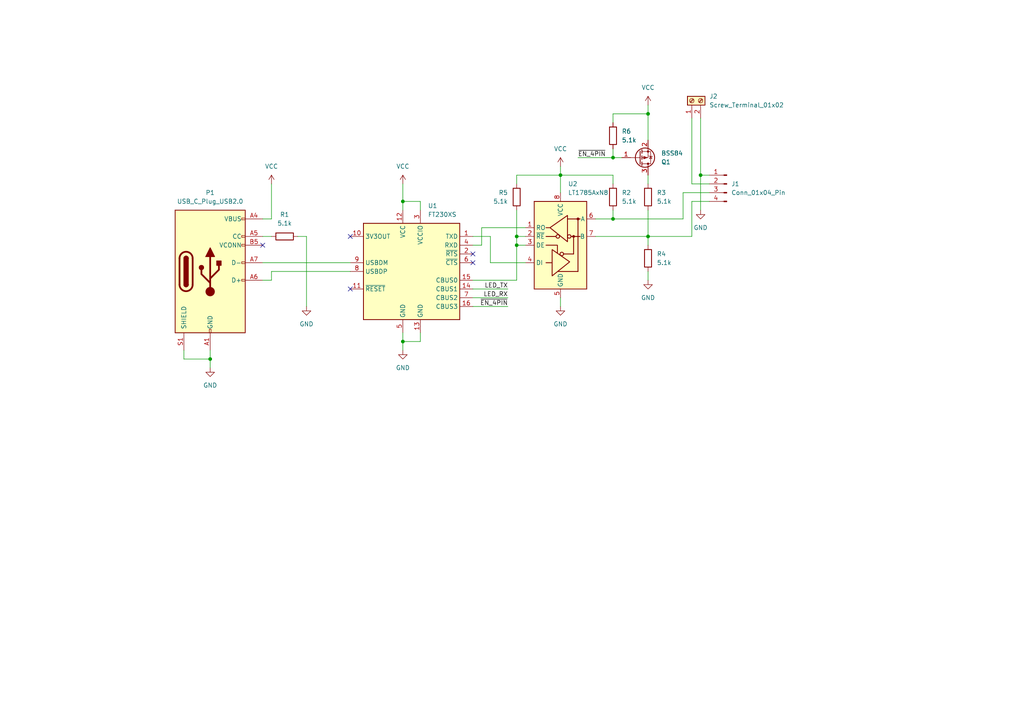
<source format=kicad_sch>
(kicad_sch (version 20231120) (generator "eeschema") (generator_version "8.0")
  (paper "A4")
  (lib_symbols
    (symbol "Connector:Conn_01x04_Pin" (pin_names (offset 1.016) hide)
      (property "Reference" "J" (at 0 5.08 0))
      (property "Value" "Conn_01x04_Pin" (at 0 -7.62 0))
      (symbol "Conn_01x04_Pin_1_1"
        (polyline (pts (xy 1.27 -5.08) (xy 0.8636 -5.08)) (stroke (width 0.1524)))
        (polyline (pts (xy 1.27 -2.54) (xy 0.8636 -2.54)) (stroke (width 0.1524)))
        (polyline (pts (xy 1.27 0) (xy 0.8636 0)) (stroke (width 0.1524)))
        (polyline (pts (xy 1.27 2.54) (xy 0.8636 2.54)) (stroke (width 0.1524)))
        (rectangle (start 0.8636 -4.953) (end 0 -5.207) (stroke (width 0.1524)) (fill (type outline)))
        (rectangle (start 0.8636 -2.413) (end 0 -2.667) (stroke (width 0.1524)) (fill (type outline)))
        (rectangle (start 0.8636 0.127) (end 0 -0.127) (stroke (width 0.1524)) (fill (type outline)))
        (rectangle (start 0.8636 2.667) (end 0 2.413) (stroke (width 0.1524)) (fill (type outline)))
        (pin passive line (at 5.08 2.54 180) (length 3.81) (name "Pin_1") (number "1"))
        (pin passive line (at 5.08 0 180) (length 3.81) (name "Pin_2") (number "2"))
        (pin passive line (at 5.08 -2.54 180) (length 3.81) (name "Pin_3") (number "3"))
        (pin passive line (at 5.08 -5.08 180) (length 3.81) (name "Pin_4") (number "4"))
      )
    )
    (symbol "Connector:Screw_Terminal_01x02" (pin_names (offset 1.016) hide)
      (property "Reference" "J" (at 0 2.54 0))
      (property "Value" "Screw_Terminal_01x02" (at 0 -5.08 0))
      (symbol "Screw_Terminal_01x02_1_1"
        (rectangle (start -1.27 1.27) (end 1.27 -3.81) (stroke (width 0.254)) (fill (type background)))
        (circle (center 0 -2.54) (radius 0.635) (stroke (width 0.1524)))
        (polyline (pts (xy -0.5334 -2.2098) (xy 0.3302 -3.048)) (stroke (width 0.1524)))
        (polyline (pts (xy -0.5334 0.3302) (xy 0.3302 -0.508)) (stroke (width 0.1524)))
        (polyline (pts (xy -0.3556 -2.032) (xy 0.508 -2.8702)) (stroke (width 0.1524)))
        (polyline (pts (xy -0.3556 0.508) (xy 0.508 -0.3302)) (stroke (width 0.1524)))
        (circle (center 0 0) (radius 0.635) (stroke (width 0.1524)))
        (pin passive line (at -5.08 0 0) (length 3.81) (name "Pin_1") (number "1"))
        (pin passive line (at -5.08 -2.54 0) (length 3.81) (name "Pin_2") (number "2"))
      )
    )
    (symbol "Connector:USB_C_Plug_USB2.0" (pin_names (offset 1.016))
      (property "Reference" "P" (at -10.16 19.05 0))
      (property "Value" "USB_C_Plug_USB2.0" (at 12.7 19.05 0))
      (symbol "USB_C_Plug_USB2.0_0_0"
        (rectangle (start -0.254 -17.78) (end 0.254 -16.764))
        (rectangle (start 10.16 -2.286) (end 9.144 -2.794))
        (rectangle (start 10.16 2.794) (end 9.144 2.286))
        (rectangle (start 10.16 7.874) (end 9.144 7.366))
        (rectangle (start 10.16 10.414) (end 9.144 9.906))
        (rectangle (start 10.16 15.494) (end 9.144 14.986))
      )
      (symbol "USB_C_Plug_USB2.0_0_1"
        (rectangle (start -10.16 17.78) (end 10.16 -17.78) (stroke (width 0.254)) (fill (type background)))
        (arc (start -8.89 -3.81) (mid -6.985 -5.7067) (end -5.08 -3.81) (stroke (width 0.508)))
        (arc (start -7.62 -3.81) (mid -6.985 -4.4423) (end -6.35 -3.81) (stroke (width 0.254)))
        (arc (start -7.62 -3.81) (mid -6.985 -4.4423) (end -6.35 -3.81) (stroke (width 0.254)) (fill (type outline)))
        (rectangle (start -7.62 -3.81) (end -6.35 3.81) (stroke (width 0.254)) (fill (type outline)))
        (arc (start -6.35 3.81) (mid -6.985 4.4423) (end -7.62 3.81) (stroke (width 0.254)))
        (arc (start -6.35 3.81) (mid -6.985 4.4423) (end -7.62 3.81) (stroke (width 0.254)) (fill (type outline)))
        (arc (start -5.08 3.81) (mid -6.985 5.7067) (end -8.89 3.81) (stroke (width 0.508)))
        (circle (center -2.54 1.143) (radius 0.635) (stroke (width 0.254)) (fill (type outline)))
        (circle (center 0 -5.842) (radius 1.27) (fill (type outline)))
        (polyline (pts (xy -8.89 -3.81) (xy -8.89 3.81)) (stroke (width 0.508)))
        (polyline (pts (xy -5.08 3.81) (xy -5.08 -3.81)) (stroke (width 0.508)))
        (polyline (pts (xy 0 -5.842) (xy 0 4.318)) (stroke (width 0.508)))
        (polyline (pts (xy 0 -3.302) (xy -2.54 -0.762) (xy -2.54 0.508)) (stroke (width 0.508)))
        (polyline (pts (xy 0 -2.032) (xy 2.54 0.508) (xy 2.54 1.778)) (stroke (width 0.508)))
        (polyline (pts (xy -1.27 4.318) (xy 0 6.858) (xy 1.27 4.318) (xy -1.27 4.318)) (stroke (width 0.254)) (fill (type outline)))
        (rectangle (start 1.905 1.778) (end 3.175 3.048) (stroke (width 0.254)) (fill (type outline)))
      )
      (symbol "USB_C_Plug_USB2.0_1_1"
        (pin passive line (at 0 -22.86 90) (length 5.08) (name "GND") (number "A1"))
        (pin passive line (at 0 -22.86 90) (length 5.08) hide (name "GND") (number "A12"))
        (pin passive line (at 15.24 15.24 180) (length 5.08) (name "VBUS") (number "A4"))
        (pin bidirectional line (at 15.24 10.16 180) (length 5.08) (name "CC") (number "A5"))
        (pin bidirectional line (at 15.24 -2.54 180) (length 5.08) (name "D+") (number "A6"))
        (pin bidirectional line (at 15.24 2.54 180) (length 5.08) (name "D-") (number "A7"))
        (pin passive line (at 15.24 15.24 180) (length 5.08) hide (name "VBUS") (number "A9"))
        (pin passive line (at 0 -22.86 90) (length 5.08) hide (name "GND") (number "B1"))
        (pin passive line (at 0 -22.86 90) (length 5.08) hide (name "GND") (number "B12"))
        (pin passive line (at 15.24 15.24 180) (length 5.08) hide (name "VBUS") (number "B4"))
        (pin bidirectional line (at 15.24 7.62 180) (length 5.08) (name "VCONN") (number "B5"))
        (pin passive line (at 15.24 15.24 180) (length 5.08) hide (name "VBUS") (number "B9"))
        (pin passive line (at -7.62 -22.86 90) (length 5.08) (name "SHIELD") (number "S1"))
      )
    )
    (symbol "Device:R" (pin_numbers hide) (pin_names (offset 0))
      (property "Reference" "R" (at 2.032 0 90))
      (property "Value" "R" (at 0 0 90))
      (symbol "R_0_1"
        (rectangle (start -1.016 -2.54) (end 1.016 2.54) (stroke (width 0.254)))
      )
      (symbol "R_1_1"
        (pin passive line (at 0 3.81 270) (length 1.27) (name "~") (number "1"))
        (pin passive line (at 0 -3.81 90) (length 1.27) (name "~") (number "2"))
      )
    )
    (symbol "Interface_UART:LT1785AxN8"
      (property "Reference" "U" (at -6.985 13.97 0))
      (property "Value" "LT1785AxN8" (at 6.35 13.97 0))
      (symbol "LT1785AxN8_0_1"
        (rectangle (start -7.62 12.7) (end 7.62 -12.7) (stroke (width 0.254)) (fill (type background)))
      )
      (symbol "LT1785AxN8_1_1"
        (circle (center -0.762 2.54) (radius 0.508) (stroke (width 0.254)))
        (polyline (pts (xy -4.191 2.54) (xy -1.27 2.54)) (stroke (width 0.254)))
        (polyline (pts (xy -2.54 -5.08) (xy -4.191 -5.08)) (stroke (width 0.254)))
        (polyline (pts (xy -0.635 -7.62) (xy 5.08 -7.62)) (stroke (width 0.254)))
        (polyline (pts (xy 0.889 -2.54) (xy 3.81 -2.54)) (stroke (width 0.254)))
        (polyline (pts (xy 2.032 7.62) (xy 5.715 7.62)) (stroke (width 0.254)))
        (polyline (pts (xy 3.048 2.54) (xy 5.715 2.54)) (stroke (width 0.254)))
        (polyline (pts (xy 3.81 -2.54) (xy 3.81 2.54)) (stroke (width 0.254)))
        (polyline (pts (xy 5.08 -7.62) (xy 5.08 7.62)) (stroke (width 0.254)))
        (polyline (pts (xy -4.191 0) (xy -0.889 0) (xy -0.889 -2.286)) (stroke (width 0.254)))
        (polyline (pts (xy -3.175 5.08) (xy -4.191 5.08) (xy -4.064 5.08)) (stroke (width 0.254)))
        (polyline (pts (xy -2.413 -5.08) (xy -2.413 -1.27) (xy 2.667 -4.826) (xy -2.413 -8.89) (xy -2.413 -5.08)) (stroke (width 0.254)))
        (polyline (pts (xy 2.032 4.826) (xy 2.032 8.636) (xy -3.048 5.08) (xy 2.032 1.016) (xy 2.032 4.826)) (stroke (width 0.254)))
        (circle (center 0.381 -2.54) (radius 0.508) (stroke (width 0.254)))
        (circle (center 2.54 2.54) (radius 0.508) (stroke (width 0.254)))
        (circle (center 3.81 2.54) (radius 0.2794) (stroke (width 0.254)) (fill (type outline)))
        (circle (center 5.08 7.62) (radius 0.2794) (stroke (width 0.254)) (fill (type outline)))
        (pin output line (at -10.16 5.08 0) (length 2.54) (name "RO") (number "1"))
        (pin input line (at -10.16 2.54 0) (length 2.54) (name "~{RE}") (number "2"))
        (pin input line (at -10.16 0 0) (length 2.54) (name "DE") (number "3"))
        (pin input line (at -10.16 -5.08 0) (length 2.54) (name "DI") (number "4"))
        (pin power_in line (at 0 -15.24 90) (length 2.54) (name "GND") (number "5"))
        (pin bidirectional line (at 10.16 7.62 180) (length 2.54) (name "A") (number "6"))
        (pin bidirectional line (at 10.16 2.54 180) (length 2.54) (name "B") (number "7"))
        (pin power_in line (at 0 15.24 270) (length 2.54) (name "VCC") (number "8"))
      )
    )
    (symbol "Interface_USB:FT230XS"
      (property "Reference" "U" (at -13.97 15.24 0))
      (property "Value" "FT230XS" (at 7.62 15.24 0))
      (symbol "FT230XS_0_1"
        (rectangle (start -13.97 13.97) (end 13.97 -13.97) (stroke (width 0.254)) (fill (type background)))
      )
      (symbol "FT230XS_1_1"
        (pin output line (at 17.78 10.16 180) (length 3.81) (name "TXD") (number "1"))
        (pin power_out line (at -17.78 10.16 0) (length 3.81) (name "3V3OUT") (number "10"))
        (pin input line (at -17.78 -5.08 0) (length 3.81) (name "~{RESET}") (number "11"))
        (pin power_in line (at -2.54 17.78 270) (length 3.81) (name "VCC") (number "12"))
        (pin power_in line (at 2.54 -17.78 90) (length 3.81) (name "GND") (number "13"))
        (pin bidirectional line (at 17.78 -5.08 180) (length 3.81) (name "CBUS1") (number "14"))
        (pin bidirectional line (at 17.78 -2.54 180) (length 3.81) (name "CBUS0") (number "15"))
        (pin bidirectional line (at 17.78 -10.16 180) (length 3.81) (name "CBUS3") (number "16"))
        (pin output line (at 17.78 5.08 180) (length 3.81) (name "~{RTS}") (number "2"))
        (pin power_in line (at 2.54 17.78 270) (length 3.81) (name "VCCIO") (number "3"))
        (pin input line (at 17.78 7.62 180) (length 3.81) (name "RXD") (number "4"))
        (pin power_in line (at -2.54 -17.78 90) (length 3.81) (name "GND") (number "5"))
        (pin input line (at 17.78 2.54 180) (length 3.81) (name "~{CTS}") (number "6"))
        (pin bidirectional line (at 17.78 -7.62 180) (length 3.81) (name "CBUS2") (number "7"))
        (pin bidirectional line (at -17.78 0 0) (length 3.81) (name "USBDP") (number "8"))
        (pin bidirectional line (at -17.78 2.54 0) (length 3.81) (name "USBDM") (number "9"))
      )
    )
    (symbol "Transistor_FET:BSS84" (pin_names hide)
      (property "Reference" "Q" (at 5.08 1.905 0))
      (property "Value" "BSS84" (at 5.08 0 0))
      (symbol "BSS84_0_1"
        (polyline (pts (xy 0.254 0) (xy -2.54 0)))
        (polyline (pts (xy 0.254 1.905) (xy 0.254 -1.905)) (stroke (width 0.254)))
        (polyline (pts (xy 0.762 -1.27) (xy 0.762 -2.286)) (stroke (width 0.254)))
        (polyline (pts (xy 0.762 0.508) (xy 0.762 -0.508)) (stroke (width 0.254)))
        (polyline (pts (xy 0.762 2.286) (xy 0.762 1.27)) (stroke (width 0.254)))
        (polyline (pts (xy 2.54 2.54) (xy 2.54 1.778)))
        (polyline (pts (xy 2.54 -2.54) (xy 2.54 0) (xy 0.762 0)))
        (polyline (pts (xy 0.762 1.778) (xy 3.302 1.778) (xy 3.302 -1.778) (xy 0.762 -1.778)))
        (polyline (pts (xy 2.286 0) (xy 1.27 0.381) (xy 1.27 -0.381) (xy 2.286 0)) (fill (type outline)))
        (polyline (pts (xy 2.794 -0.508) (xy 2.921 -0.381) (xy 3.683 -0.381) (xy 3.81 -0.254)))
        (polyline (pts (xy 3.302 -0.381) (xy 2.921 0.254) (xy 3.683 0.254) (xy 3.302 -0.381)))
        (circle (center 1.651 0) (radius 2.794) (stroke (width 0.254)))
        (circle (center 2.54 -1.778) (radius 0.254) (fill (type outline)))
        (circle (center 2.54 1.778) (radius 0.254) (fill (type outline)))
      )
      (symbol "BSS84_1_1"
        (pin input line (at -5.08 0 0) (length 2.54) (name "G") (number "1"))
        (pin passive line (at 2.54 -5.08 90) (length 2.54) (name "S") (number "2"))
        (pin passive line (at 2.54 5.08 270) (length 2.54) (name "D") (number "3"))
      )
    )
    (symbol "power:GND" (power) (pin_names (offset 0))
      (property "Value" "GND" (at 0 -3.81 0))
      (symbol "GND_0_1"
        (polyline (pts (xy 0 0) (xy 0 -1.27) (xy 1.27 -1.27) (xy 0 -2.54) (xy -1.27 -1.27) (xy 0 -1.27)))
      )
      (symbol "GND_1_1"
        (pin power_in line (at 0 0 270) (length 0) hide (name "GND") (number "1"))
      )
    )
    (symbol "power:VCC" (power) (pin_names (offset 0))
      (property "Value" "VCC" (at 0 3.81 0))
      (symbol "VCC_0_1"
        (polyline (pts (xy -0.762 1.27) (xy 0 2.54)))
        (polyline (pts (xy 0 0) (xy 0 2.54)))
        (polyline (pts (xy 0 2.54) (xy 0.762 1.27)))
      )
      (symbol "VCC_1_1"
        (pin power_in line (at 0 0 90) (length 0) hide (name "VCC") (number "1"))
      )
    )
  )
  (junction (at 149.86 68.58))
  (junction (at 162.56 50.8))
  (junction (at 116.84 58.42))
  (junction (at 187.96 33.02))
  (junction (at 203.2 50.8))
  (junction (at 149.86 71.12))
  (junction (at 187.96 68.58))
  (junction (at 177.8 63.5))
  (junction (at 177.8 45.72))
  (junction (at 60.96 104.14))
  (junction (at 116.84 99.06))
  (no_connect (at 137.16 73.66))
  (no_connect (at 76.2 71.12))
  (no_connect (at 101.6 68.58))
  (no_connect (at 137.16 76.2))
  (no_connect (at 101.6 83.82))
  (wire (pts (xy 78.74 81.28) (xy 78.74 78.74)))
  (wire (pts (xy 172.72 68.58) (xy 187.96 68.58)))
  (wire (pts (xy 116.84 99.06) (xy 121.92 99.06)))
  (wire (pts (xy 162.56 50.8) (xy 162.56 55.88)))
  (wire (pts (xy 76.2 68.58) (xy 78.74 68.58)))
  (wire (pts (xy 177.8 50.8) (xy 177.8 53.34)))
  (wire (pts (xy 187.96 60.96) (xy 187.96 68.58)))
  (wire (pts (xy 152.4 68.58) (xy 149.86 68.58)))
  (wire (pts (xy 137.16 88.9) (xy 147.32 88.9)))
  (wire (pts (xy 121.92 58.42) (xy 121.92 60.96)))
  (wire (pts (xy 137.16 68.58) (xy 142.24 68.58)))
  (wire (pts (xy 86.36 68.58) (xy 88.9 68.58)))
  (wire (pts (xy 187.96 33.02) (xy 187.96 40.64)))
  (wire (pts (xy 149.86 81.28) (xy 137.16 81.28)))
  (wire (pts (xy 116.84 58.42) (xy 116.84 60.96)))
  (wire (pts (xy 177.8 63.5) (xy 177.8 60.96)))
  (wire (pts (xy 177.8 43.18) (xy 177.8 45.72)))
  (wire (pts (xy 76.2 76.2) (xy 101.6 76.2)))
  (wire (pts (xy 76.2 81.28) (xy 78.74 81.28)))
  (wire (pts (xy 139.7 71.12) (xy 139.7 66.04)))
  (wire (pts (xy 187.96 50.8) (xy 187.96 53.34)))
  (wire (pts (xy 121.92 99.06) (xy 121.92 96.52)))
  (wire (pts (xy 149.86 71.12) (xy 149.86 81.28)))
  (wire (pts (xy 88.9 68.58) (xy 88.9 88.9)))
  (wire (pts (xy 198.12 63.5) (xy 177.8 63.5)))
  (wire (pts (xy 203.2 50.8) (xy 203.2 60.96)))
  (wire (pts (xy 203.2 50.8) (xy 205.74 50.8)))
  (wire (pts (xy 149.86 71.12) (xy 152.4 71.12)))
  (wire (pts (xy 60.96 104.14) (xy 60.96 106.68)))
  (wire (pts (xy 78.74 78.74) (xy 101.6 78.74)))
  (wire (pts (xy 172.72 63.5) (xy 177.8 63.5)))
  (wire (pts (xy 162.56 50.8) (xy 177.8 50.8)))
  (wire (pts (xy 167.64 45.72) (xy 177.8 45.72)))
  (wire (pts (xy 205.74 55.88) (xy 198.12 55.88)))
  (wire (pts (xy 149.86 53.34) (xy 149.86 50.8)))
  (wire (pts (xy 139.7 66.04) (xy 152.4 66.04)))
  (wire (pts (xy 78.74 53.34) (xy 78.74 63.5)))
  (wire (pts (xy 53.34 104.14) (xy 60.96 104.14)))
  (wire (pts (xy 149.86 68.58) (xy 149.86 71.12)))
  (wire (pts (xy 187.96 78.74) (xy 187.96 81.28)))
  (wire (pts (xy 53.34 101.6) (xy 53.34 104.14)))
  (wire (pts (xy 198.12 55.88) (xy 198.12 63.5)))
  (wire (pts (xy 137.16 86.36) (xy 147.32 86.36)))
  (wire (pts (xy 187.96 68.58) (xy 200.66 68.58)))
  (wire (pts (xy 177.8 35.56) (xy 177.8 33.02)))
  (wire (pts (xy 149.86 50.8) (xy 162.56 50.8)))
  (wire (pts (xy 142.24 76.2) (xy 152.4 76.2)))
  (wire (pts (xy 137.16 71.12) (xy 139.7 71.12)))
  (wire (pts (xy 187.96 30.48) (xy 187.96 33.02)))
  (wire (pts (xy 177.8 33.02) (xy 187.96 33.02)))
  (wire (pts (xy 177.8 45.72) (xy 180.34 45.72)))
  (wire (pts (xy 76.2 63.5) (xy 78.74 63.5)))
  (wire (pts (xy 162.56 86.36) (xy 162.56 88.9)))
  (wire (pts (xy 116.84 58.42) (xy 121.92 58.42)))
  (wire (pts (xy 200.66 34.29) (xy 200.66 53.34)))
  (wire (pts (xy 203.2 34.29) (xy 203.2 50.8)))
  (wire (pts (xy 60.96 104.14) (xy 60.96 101.6)))
  (wire (pts (xy 137.16 83.82) (xy 147.32 83.82)))
  (wire (pts (xy 116.84 99.06) (xy 116.84 101.6)))
  (wire (pts (xy 162.56 48.26) (xy 162.56 50.8)))
  (wire (pts (xy 200.66 68.58) (xy 200.66 58.42)))
  (wire (pts (xy 200.66 53.34) (xy 205.74 53.34)))
  (wire (pts (xy 116.84 53.34) (xy 116.84 58.42)))
  (wire (pts (xy 200.66 58.42) (xy 205.74 58.42)))
  (wire (pts (xy 116.84 96.52) (xy 116.84 99.06)))
  (wire (pts (xy 187.96 68.58) (xy 187.96 71.12)))
  (wire (pts (xy 142.24 68.58) (xy 142.24 76.2)))
  (wire (pts (xy 149.86 60.96) (xy 149.86 68.58)))
  (label "LED_TX" (at 147.32 83.82 180))
  (label "~{EN_4PIN}" (at 167.64 45.72 0))
  (label "~{EN_4PIN}" (at 147.32 88.9 180))
  (label "LED_RX" (at 147.32 86.36 180))
  (symbol (lib_id "power:GND") (at 187.96 81.28 0) (unit 1)
    (property "Reference" "#PWR08" (effects (hide yes)))
    (property "Value" "GND" (at 187.96 86.36 0))
  )
  (symbol (lib_id "Connector:Conn_01x04_Pin") (at 210.82 53.34 0) (mirror y) (unit 1)
    (property "Reference" "J1" (at 212.09 53.34 0) (effects (justify right)))
    (property "Value" "Conn_01x04_Pin" (at 212.09 55.88 0) (effects (justify right)))
  )
  (symbol (lib_id "power:GND") (at 116.84 101.6 0) (unit 1)
    (property "Reference" "#PWR06" (effects (hide yes)))
    (property "Value" "GND" (at 116.84 106.68 0))
  )
  (symbol (lib_id "Device:R") (at 187.96 57.15 180) (unit 1)
    (property "Reference" "R3" (at 190.5 55.88 0) (effects (justify right)))
    (property "Value" "5.1k" (at 190.5 58.42 0) (effects (justify right)))
  )
  (symbol (lib_id "power:GND") (at 162.56 88.9 0) (unit 1)
    (property "Reference" "#PWR07" (effects (hide yes)))
    (property "Value" "GND" (at 162.56 93.98 0))
  )
  (symbol (lib_id "power:VCC") (at 116.84 53.34 0) (unit 1)
    (property "Reference" "#PWR04" (effects (hide yes)))
    (property "Value" "VCC" (at 116.84 48.26 0))
  )
  (symbol (lib_id "Connector:Screw_Terminal_01x02") (at 200.66 29.21 90) (unit 1)
    (property "Reference" "J2" (at 205.74 27.94 90) (effects (justify right)))
    (property "Value" "Screw_Terminal_01x02" (at 205.74 30.48 90) (effects (justify right)))
  )
  (symbol (lib_id "power:GND") (at 203.2 60.96 0) (unit 1)
    (property "Reference" "#PWR09" (effects (hide yes)))
    (property "Value" "GND" (at 203.2 66.04 0))
  )
  (symbol (lib_id "Device:R") (at 187.96 74.93 180) (unit 1)
    (property "Reference" "R4" (at 190.5 73.66 0) (effects (justify right)))
    (property "Value" "5.1k" (at 190.5 76.2 0) (effects (justify right)))
  )
  (symbol (lib_id "Device:R") (at 149.86 57.15 0) (mirror x) (unit 1)
    (property "Reference" "R5" (at 147.32 55.88 0) (effects (justify right)))
    (property "Value" "5.1k" (at 147.32 58.42 0) (effects (justify right)))
  )
  (symbol (lib_id "power:GND") (at 60.96 106.68 0) (unit 1)
    (property "Reference" "#PWR01" (effects (hide yes)))
    (property "Value" "GND" (at 60.96 111.76 0))
  )
  (symbol (lib_id "power:VCC") (at 78.74 53.34 0) (unit 1)
    (property "Reference" "#PWR03" (effects (hide yes)))
    (property "Value" "VCC" (at 78.74 48.26 0))
  )
  (symbol (lib_id "Device:R") (at 177.8 39.37 180) (unit 1)
    (property "Reference" "R6" (at 180.34 38.1 0) (effects (justify right)))
    (property "Value" "5.1k" (at 180.34 40.64 0) (effects (justify right)))
  )
  (symbol (lib_id "Device:R") (at 177.8 57.15 180) (unit 1)
    (property "Reference" "R2" (at 180.34 55.88 0) (effects (justify right)))
    (property "Value" "5.1k" (at 180.34 58.42 0) (effects (justify right)))
  )
  (symbol (lib_id "Interface_UART:LT1785AxN8") (at 162.56 71.12 0) (unit 1)
    (property "Reference" "U2" (at 164.7541 53.34 0) (effects (justify left)))
    (property "Value" "LT1785AxN8" (at 164.7541 55.88 0) (effects (justify left)))
    (property "Footprint" "Package_DIP:DIP-8_W7.62mm" (effects (hide yes)))
    (property "Datasheet" "https://www.analog.com/media/en/technical-documentation/data-sheets/LT1785-1785A-1791-1791A.pdf" (effects (hide yes)))
  )
  (symbol (lib_id "power:GND") (at 88.9 88.9 0) (unit 1)
    (property "Reference" "#PWR02" (effects (hide yes)))
    (property "Value" "GND" (at 88.9 93.98 0))
  )
  (symbol (lib_id "Transistor_FET:BSS84") (at 185.42 45.72 0) (mirror x) (unit 1)
    (property "Reference" "Q1" (at 191.77 46.99 0) (effects (justify left)))
    (property "Value" "BSS84" (at 191.77 44.45 0) (effects (justify left)))
    (property "Footprint" "Package_TO_SOT_SMD:SOT-23" (effects (hide yes)))
    (property "Datasheet" "http://assets.nexperia.com/documents/data-sheet/BSS84.pdf" (effects (hide yes)))
  )
  (symbol (lib_id "Device:R") (at 82.55 68.58 90) (unit 1)
    (property "Reference" "R1" (at 82.55 62.23 90))
    (property "Value" "5.1k" (at 82.55 64.77 90))
  )
  (symbol (lib_id "Interface_USB:FT230XS") (at 119.38 78.74 0) (unit 1)
    (property "Reference" "U1" (at 124.1141 59.69 0) (effects (justify left)))
    (property "Value" "FT230XS" (at 124.1141 62.23 0) (effects (justify left)))
    (property "Footprint" "Package_SO:SSOP-16_3.9x4.9mm_P0.635mm" (effects (hide yes)))
    (property "Datasheet" "https://www.ftdichip.com/Support/Documents/DataSheets/ICs/DS_FT230X.pdf" (effects (hide yes)))
  )
  (symbol (lib_id "power:VCC") (at 162.56 48.26 0) (unit 1)
    (property "Reference" "#PWR05" (effects (hide yes)))
    (property "Value" "VCC" (at 162.56 43.18 0))
  )
  (symbol (lib_id "Connector:USB_C_Plug_USB2.0") (at 60.96 78.74 0) (unit 1)
    (property "Reference" "P1" (at 60.96 55.88 0))
    (property "Value" "USB_C_Plug_USB2.0" (at 60.96 58.42 0))
    (property "Datasheet" "https://www.usb.org/sites/default/files/documents/usb_type-c.zip" (effects (hide yes)))
  )
  (symbol (lib_id "power:VCC") (at 187.96 30.48 0) (unit 1)
    (property "Reference" "#PWR010" (effects (hide yes)))
    (property "Value" "VCC" (at 187.96 25.4 0))
  )
)
</source>
